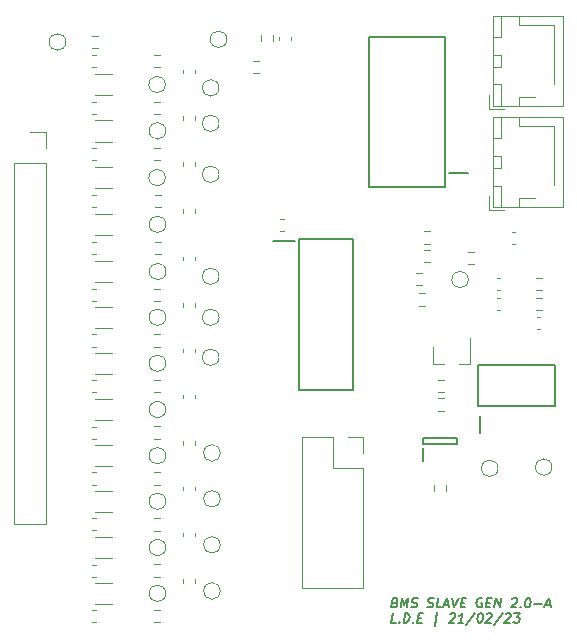
<source format=gto>
%TF.GenerationSoftware,KiCad,Pcbnew,(6.0.11)*%
%TF.CreationDate,2023-07-31T18:46:05+10:00*%
%TF.ProjectId,LVBMS_A_Sample_R2,4c56424d-535f-4415-9f53-616d706c655f,1*%
%TF.SameCoordinates,Original*%
%TF.FileFunction,Legend,Top*%
%TF.FilePolarity,Positive*%
%FSLAX46Y46*%
G04 Gerber Fmt 4.6, Leading zero omitted, Abs format (unit mm)*
G04 Created by KiCad (PCBNEW (6.0.11)) date 2023-07-31 18:46:05*
%MOMM*%
%LPD*%
G01*
G04 APERTURE LIST*
%ADD10C,0.150000*%
%ADD11C,0.120000*%
%ADD12C,0.200000*%
G04 APERTURE END LIST*
D10*
X158611785Y-115298857D02*
X158721309Y-115336952D01*
X158754642Y-115375047D01*
X158783214Y-115451238D01*
X158768928Y-115565523D01*
X158721309Y-115641714D01*
X158678452Y-115679809D01*
X158597500Y-115717904D01*
X158292738Y-115717904D01*
X158392738Y-114917904D01*
X158659404Y-114917904D01*
X158730833Y-114956000D01*
X158764166Y-114994095D01*
X158792738Y-115070285D01*
X158783214Y-115146476D01*
X158735595Y-115222666D01*
X158692738Y-115260761D01*
X158611785Y-115298857D01*
X158345119Y-115298857D01*
X159092738Y-115717904D02*
X159192738Y-114917904D01*
X159387976Y-115489333D01*
X159726071Y-114917904D01*
X159626071Y-115717904D01*
X159973690Y-115679809D02*
X160083214Y-115717904D01*
X160273690Y-115717904D01*
X160354642Y-115679809D01*
X160397500Y-115641714D01*
X160445119Y-115565523D01*
X160454642Y-115489333D01*
X160426071Y-115413142D01*
X160392738Y-115375047D01*
X160321309Y-115336952D01*
X160173690Y-115298857D01*
X160102261Y-115260761D01*
X160068928Y-115222666D01*
X160040357Y-115146476D01*
X160049880Y-115070285D01*
X160097500Y-114994095D01*
X160140357Y-114956000D01*
X160221309Y-114917904D01*
X160411785Y-114917904D01*
X160521309Y-114956000D01*
X161345119Y-115679809D02*
X161454642Y-115717904D01*
X161645119Y-115717904D01*
X161726071Y-115679809D01*
X161768928Y-115641714D01*
X161816547Y-115565523D01*
X161826071Y-115489333D01*
X161797500Y-115413142D01*
X161764166Y-115375047D01*
X161692738Y-115336952D01*
X161545119Y-115298857D01*
X161473690Y-115260761D01*
X161440357Y-115222666D01*
X161411785Y-115146476D01*
X161421309Y-115070285D01*
X161468928Y-114994095D01*
X161511785Y-114956000D01*
X161592738Y-114917904D01*
X161783214Y-114917904D01*
X161892738Y-114956000D01*
X162521309Y-115717904D02*
X162140357Y-115717904D01*
X162240357Y-114917904D01*
X162778452Y-115489333D02*
X163159404Y-115489333D01*
X162673690Y-115717904D02*
X163040357Y-114917904D01*
X163207023Y-115717904D01*
X163459404Y-114917904D02*
X163626071Y-115717904D01*
X163992738Y-114917904D01*
X164211785Y-115298857D02*
X164478452Y-115298857D01*
X164540357Y-115717904D02*
X164159404Y-115717904D01*
X164259404Y-114917904D01*
X164640357Y-114917904D01*
X166007023Y-114956000D02*
X165935595Y-114917904D01*
X165821309Y-114917904D01*
X165702261Y-114956000D01*
X165616547Y-115032190D01*
X165568928Y-115108380D01*
X165511785Y-115260761D01*
X165497500Y-115375047D01*
X165516547Y-115527428D01*
X165545119Y-115603619D01*
X165611785Y-115679809D01*
X165721309Y-115717904D01*
X165797500Y-115717904D01*
X165916547Y-115679809D01*
X165959404Y-115641714D01*
X165992738Y-115375047D01*
X165840357Y-115375047D01*
X166345119Y-115298857D02*
X166611785Y-115298857D01*
X166673690Y-115717904D02*
X166292738Y-115717904D01*
X166392738Y-114917904D01*
X166773690Y-114917904D01*
X167016547Y-115717904D02*
X167116547Y-114917904D01*
X167473690Y-115717904D01*
X167573690Y-114917904D01*
X168516547Y-114994095D02*
X168559404Y-114956000D01*
X168640357Y-114917904D01*
X168830833Y-114917904D01*
X168902261Y-114956000D01*
X168935595Y-114994095D01*
X168964166Y-115070285D01*
X168954642Y-115146476D01*
X168902261Y-115260761D01*
X168387976Y-115717904D01*
X168883214Y-115717904D01*
X169235595Y-115641714D02*
X169268928Y-115679809D01*
X169226071Y-115717904D01*
X169192738Y-115679809D01*
X169235595Y-115641714D01*
X169226071Y-115717904D01*
X169859404Y-114917904D02*
X169935595Y-114917904D01*
X170007023Y-114956000D01*
X170040357Y-114994095D01*
X170068928Y-115070285D01*
X170087976Y-115222666D01*
X170064166Y-115413142D01*
X170007023Y-115565523D01*
X169959404Y-115641714D01*
X169916547Y-115679809D01*
X169835595Y-115717904D01*
X169759404Y-115717904D01*
X169687976Y-115679809D01*
X169654642Y-115641714D01*
X169626071Y-115565523D01*
X169607023Y-115413142D01*
X169630833Y-115222666D01*
X169687976Y-115070285D01*
X169735595Y-114994095D01*
X169778452Y-114956000D01*
X169859404Y-114917904D01*
X170407023Y-115413142D02*
X171016547Y-115413142D01*
X171349880Y-115489333D02*
X171730833Y-115489333D01*
X171245119Y-115717904D02*
X171611785Y-114917904D01*
X171778452Y-115717904D01*
X158673690Y-117005904D02*
X158292738Y-117005904D01*
X158392738Y-116205904D01*
X158949880Y-116929714D02*
X158983214Y-116967809D01*
X158940357Y-117005904D01*
X158907023Y-116967809D01*
X158949880Y-116929714D01*
X158940357Y-117005904D01*
X159321309Y-117005904D02*
X159421309Y-116205904D01*
X159611785Y-116205904D01*
X159721309Y-116244000D01*
X159787976Y-116320190D01*
X159816547Y-116396380D01*
X159835595Y-116548761D01*
X159821309Y-116663047D01*
X159764166Y-116815428D01*
X159716547Y-116891619D01*
X159630833Y-116967809D01*
X159511785Y-117005904D01*
X159321309Y-117005904D01*
X160130833Y-116929714D02*
X160164166Y-116967809D01*
X160121309Y-117005904D01*
X160087976Y-116967809D01*
X160130833Y-116929714D01*
X160121309Y-117005904D01*
X160554642Y-116586857D02*
X160821309Y-116586857D01*
X160883214Y-117005904D02*
X160502261Y-117005904D01*
X160602261Y-116205904D01*
X160983214Y-116205904D01*
X161992738Y-117272571D02*
X162135595Y-116129714D01*
X163259404Y-116282095D02*
X163302261Y-116244000D01*
X163383214Y-116205904D01*
X163573690Y-116205904D01*
X163645119Y-116244000D01*
X163678452Y-116282095D01*
X163707023Y-116358285D01*
X163697500Y-116434476D01*
X163645119Y-116548761D01*
X163130833Y-117005904D01*
X163626071Y-117005904D01*
X164387976Y-117005904D02*
X163930833Y-117005904D01*
X164159404Y-117005904D02*
X164259404Y-116205904D01*
X164168928Y-116320190D01*
X164083214Y-116396380D01*
X164002261Y-116434476D01*
X165407023Y-116167809D02*
X164592738Y-117196380D01*
X165821309Y-116205904D02*
X165897500Y-116205904D01*
X165968928Y-116244000D01*
X166002261Y-116282095D01*
X166030833Y-116358285D01*
X166049880Y-116510666D01*
X166026071Y-116701142D01*
X165968928Y-116853523D01*
X165921309Y-116929714D01*
X165878452Y-116967809D01*
X165797500Y-117005904D01*
X165721309Y-117005904D01*
X165649880Y-116967809D01*
X165616547Y-116929714D01*
X165587976Y-116853523D01*
X165568928Y-116701142D01*
X165592738Y-116510666D01*
X165649880Y-116358285D01*
X165697500Y-116282095D01*
X165740357Y-116244000D01*
X165821309Y-116205904D01*
X166383214Y-116282095D02*
X166426071Y-116244000D01*
X166507023Y-116205904D01*
X166697500Y-116205904D01*
X166768928Y-116244000D01*
X166802261Y-116282095D01*
X166830833Y-116358285D01*
X166821309Y-116434476D01*
X166768928Y-116548761D01*
X166254642Y-117005904D01*
X166749880Y-117005904D01*
X167768928Y-116167809D02*
X166954642Y-117196380D01*
X167983214Y-116282095D02*
X168026071Y-116244000D01*
X168107023Y-116205904D01*
X168297500Y-116205904D01*
X168368928Y-116244000D01*
X168402261Y-116282095D01*
X168430833Y-116358285D01*
X168421309Y-116434476D01*
X168368928Y-116548761D01*
X167854642Y-117005904D01*
X168349880Y-117005904D01*
X168716547Y-116205904D02*
X169211785Y-116205904D01*
X168907023Y-116510666D01*
X169021309Y-116510666D01*
X169092738Y-116548761D01*
X169126071Y-116586857D01*
X169154642Y-116663047D01*
X169130833Y-116853523D01*
X169083214Y-116929714D01*
X169040357Y-116967809D01*
X168959404Y-117005904D01*
X168730833Y-117005904D01*
X168659404Y-116967809D01*
X168626071Y-116929714D01*
D11*
%TO.C,R47*%
X133207436Y-113618600D02*
X134661564Y-113618600D01*
X133207436Y-115438600D02*
X134661564Y-115438600D01*
%TO.C,TP15*%
X139187800Y-110642400D02*
G75*
G03*
X139187800Y-110642400I-700000J0D01*
G01*
%TO.C,R10*%
X133426424Y-68365900D02*
X132916976Y-68365900D01*
X133426424Y-67320900D02*
X132916976Y-67320900D01*
%TO.C,R4*%
X161035276Y-83881700D02*
X161544724Y-83881700D01*
X161035276Y-84926700D02*
X161544724Y-84926700D01*
%TO.C,TP28*%
X143702000Y-79044800D02*
G75*
G03*
X143702000Y-79044800I-700000J0D01*
G01*
%TO.C,C5*%
X149168067Y-83822000D02*
X148875533Y-83822000D01*
X149168067Y-82802000D02*
X148875533Y-82802000D01*
%TO.C,R36*%
X133207136Y-72360200D02*
X134661264Y-72360200D01*
X133207136Y-70540200D02*
X134661264Y-70540200D01*
%TO.C,C15*%
X140670200Y-105809167D02*
X140670200Y-105516633D01*
X141690200Y-105809167D02*
X141690200Y-105516633D01*
%TO.C,C20*%
X168484333Y-83894200D02*
X168776867Y-83894200D01*
X168484333Y-84914200D02*
X168776867Y-84914200D01*
D12*
%TO.C,U1*%
X155062200Y-97305600D02*
X150462200Y-97305600D01*
X150462200Y-97305600D02*
X150462200Y-84505600D01*
X150462200Y-84505600D02*
X155062200Y-84505600D01*
X155062200Y-84505600D02*
X155062200Y-97305600D01*
X148312200Y-84655600D02*
X150112200Y-84655600D01*
D11*
%TO.C,R21*%
X138742524Y-89778100D02*
X138233076Y-89778100D01*
X138742524Y-88733100D02*
X138233076Y-88733100D01*
%TO.C,R6*%
X160400276Y-87412300D02*
X160909724Y-87412300D01*
X160400276Y-88457300D02*
X160909724Y-88457300D01*
%TO.C,R13*%
X138735524Y-73928500D02*
X138226076Y-73928500D01*
X138735524Y-72883500D02*
X138226076Y-72883500D01*
%TO.C,F8*%
X132963233Y-97487200D02*
X133305767Y-97487200D01*
X132963233Y-96467200D02*
X133305767Y-96467200D01*
%TO.C,TP35*%
X143803600Y-110411600D02*
G75*
G03*
X143803600Y-110411600I-700000J0D01*
G01*
%TO.C,R32*%
X138742524Y-104277900D02*
X138233076Y-104277900D01*
X138742524Y-105322900D02*
X138233076Y-105322900D01*
%TO.C,J1*%
X166866400Y-71438200D02*
X166866400Y-73238200D01*
X169116400Y-65638200D02*
X169116400Y-66388200D01*
X166866400Y-67438200D02*
X167616400Y-67438200D01*
X166566400Y-72288200D02*
X166566400Y-73538200D01*
X166866400Y-69938200D02*
X167616400Y-69938200D01*
X169116400Y-73238200D02*
X169116400Y-72488200D01*
X172066400Y-69438200D02*
X172066400Y-71428200D01*
X166866400Y-65638200D02*
X166866400Y-67438200D01*
X167616400Y-71438200D02*
X166866400Y-71438200D01*
X166856400Y-73248200D02*
X172826400Y-73248200D01*
X169116400Y-66388200D02*
X172066400Y-66388200D01*
X166866400Y-73238200D02*
X167616400Y-73238200D01*
X172826400Y-73248200D02*
X172826400Y-65628200D01*
X169116400Y-72488200D02*
X170456400Y-72488200D01*
X167616400Y-68938200D02*
X166866400Y-68938200D01*
X167616400Y-67438200D02*
X167616400Y-65638200D01*
X167616400Y-65638200D02*
X166866400Y-65638200D01*
X167616400Y-69938200D02*
X167616400Y-68938200D01*
X166566400Y-73538200D02*
X167816400Y-73538200D01*
X172066400Y-66388200D02*
X172066400Y-69438200D01*
X167616400Y-73238200D02*
X167616400Y-71438200D01*
X166866400Y-68938200D02*
X166866400Y-69938200D01*
X166856400Y-65628200D02*
X166856400Y-73248200D01*
X172826400Y-65628200D02*
X166856400Y-65628200D01*
%TO.C,TP29*%
X143702000Y-87680800D02*
G75*
G03*
X143702000Y-87680800I-700000J0D01*
G01*
%TO.C,C11*%
X140670200Y-90264367D02*
X140670200Y-89971833D01*
X141690200Y-90264367D02*
X141690200Y-89971833D01*
%TO.C,R2*%
X162955500Y-105842524D02*
X162955500Y-105333076D01*
X161910500Y-105842524D02*
X161910500Y-105333076D01*
%TO.C,F2*%
X132962933Y-72896000D02*
X133305467Y-72896000D01*
X132962933Y-73916000D02*
X133305467Y-73916000D01*
%TO.C,TP33*%
X143803600Y-102639200D02*
G75*
G03*
X143803600Y-102639200I-700000J0D01*
G01*
%TO.C,TP6*%
X139187800Y-75361800D02*
G75*
G03*
X139187800Y-75361800I-700000J0D01*
G01*
%TO.C,R49*%
X170562476Y-88876700D02*
X171071924Y-88876700D01*
X170562476Y-87831700D02*
X171071924Y-87831700D01*
%TO.C,R35*%
X138742524Y-115936500D02*
X138233076Y-115936500D01*
X138742524Y-116981500D02*
X138233076Y-116981500D01*
%TO.C,R39*%
X133207136Y-84196600D02*
X134661264Y-84196600D01*
X133207136Y-82376600D02*
X134661264Y-82376600D01*
%TO.C,F5*%
X132962933Y-84783200D02*
X133305467Y-84783200D01*
X132962933Y-85803200D02*
X133305467Y-85803200D01*
%TO.C,R42*%
X133207436Y-94136800D02*
X134661564Y-94136800D01*
X133207436Y-95956800D02*
X134661564Y-95956800D01*
%TO.C,R5*%
X161544724Y-85431100D02*
X161035276Y-85431100D01*
X161544724Y-86476100D02*
X161035276Y-86476100D01*
%TO.C,TP25*%
X143702000Y-71729600D02*
G75*
G03*
X143702000Y-71729600I-700000J0D01*
G01*
%TO.C,C19*%
X149811200Y-67684867D02*
X149811200Y-67392333D01*
X148791200Y-67684867D02*
X148791200Y-67392333D01*
%TO.C,R17*%
X138751324Y-80782900D02*
X138241876Y-80782900D01*
X138751324Y-81827900D02*
X138241876Y-81827900D01*
%TO.C,J2*%
X129041200Y-78079600D02*
X129041200Y-108619600D01*
X126381200Y-78079600D02*
X129041200Y-78079600D01*
X127711200Y-75479600D02*
X129041200Y-75479600D01*
X126381200Y-78079600D02*
X126381200Y-108619600D01*
X129041200Y-75479600D02*
X129041200Y-76809600D01*
X126381200Y-108619600D02*
X129041200Y-108619600D01*
%TO.C,R34*%
X138742524Y-113120700D02*
X138233076Y-113120700D01*
X138742524Y-112075700D02*
X138233076Y-112075700D01*
%TO.C,F7*%
X132962933Y-93626400D02*
X133305467Y-93626400D01*
X132962933Y-92606400D02*
X133305467Y-92606400D01*
%TO.C,F12*%
X132963233Y-113108200D02*
X133305767Y-113108200D01*
X132963233Y-112088200D02*
X133305767Y-112088200D01*
%TO.C,C4*%
X167215433Y-87856600D02*
X167507967Y-87856600D01*
X167215433Y-88876600D02*
X167507967Y-88876600D01*
%TO.C,C16*%
X140670200Y-109695367D02*
X140670200Y-109402833D01*
X141690200Y-109695367D02*
X141690200Y-109402833D01*
%TO.C,F13*%
X132963233Y-115949000D02*
X133305767Y-115949000D01*
X132963233Y-116969000D02*
X133305767Y-116969000D01*
%TO.C,J4*%
X155909000Y-103890600D02*
X155909000Y-114110600D01*
X150709000Y-101290600D02*
X153309000Y-101290600D01*
X154579000Y-101290600D02*
X155909000Y-101290600D01*
X150709000Y-114110600D02*
X155909000Y-114110600D01*
X153309000Y-103890600D02*
X155909000Y-103890600D01*
X153309000Y-101290600D02*
X153309000Y-103890600D01*
X150709000Y-101290600D02*
X150709000Y-114110600D01*
X155909000Y-101290600D02*
X155909000Y-102620600D01*
D12*
%TO.C,Q2*%
X165646000Y-95151000D02*
X172146000Y-95151000D01*
X172146000Y-95151000D02*
X172146000Y-98651000D01*
X165646000Y-98651000D02*
X165646000Y-95151000D01*
X172146000Y-98651000D02*
X165646000Y-98651000D01*
X165771000Y-100926000D02*
X165771000Y-99476000D01*
D11*
%TO.C,R52*%
X162713124Y-99049100D02*
X162203676Y-99049100D01*
X162713124Y-98004100D02*
X162203676Y-98004100D01*
%TO.C,F3*%
X132963533Y-77827600D02*
X133306067Y-77827600D01*
X132963533Y-76807600D02*
X133306067Y-76807600D01*
%TO.C,F9*%
X132963233Y-101424200D02*
X133305767Y-101424200D01*
X132963233Y-100404200D02*
X133305767Y-100404200D01*
%TO.C,C9*%
X140679000Y-82314167D02*
X140679000Y-82021633D01*
X141699000Y-82314167D02*
X141699000Y-82021633D01*
%TO.C,TP10*%
X139187800Y-91155600D02*
G75*
G03*
X139187800Y-91155600I-700000J0D01*
G01*
%TO.C,R29*%
X138742524Y-92593900D02*
X138233076Y-92593900D01*
X138742524Y-93638900D02*
X138233076Y-93638900D01*
%TO.C,TP27*%
X143702000Y-74726800D02*
G75*
G03*
X143702000Y-74726800I-700000J0D01*
G01*
%TO.C,R48*%
X170562476Y-89508100D02*
X171071924Y-89508100D01*
X170562476Y-90553100D02*
X171071924Y-90553100D01*
D12*
%TO.C,Q1*%
X160933000Y-103350400D02*
X160933000Y-102200400D01*
X160983000Y-101400400D02*
X163883000Y-101400400D01*
X163883000Y-101850400D02*
X160983000Y-101850400D01*
X163883000Y-101400400D02*
X163883000Y-101850400D01*
X160983000Y-101850400D02*
X160983000Y-101400400D01*
D11*
%TO.C,R31*%
X138742524Y-100391700D02*
X138233076Y-100391700D01*
X138742524Y-101436700D02*
X138233076Y-101436700D01*
%TO.C,R44*%
X133207436Y-103780000D02*
X134661564Y-103780000D01*
X133207436Y-101960000D02*
X134661564Y-101960000D01*
%TO.C,R43*%
X133207436Y-99868400D02*
X134661564Y-99868400D01*
X133207436Y-98048400D02*
X134661564Y-98048400D01*
D12*
%TO.C,T1*%
X164763600Y-78956600D02*
X163168600Y-78956600D01*
X156408600Y-80111600D02*
X156408600Y-67411600D01*
X162818600Y-67411600D02*
X162818600Y-80111600D01*
X162818600Y-80111600D02*
X156408600Y-80111600D01*
X156408600Y-67411600D02*
X162818600Y-67411600D01*
D11*
%TO.C,R3*%
X147229300Y-67743324D02*
X147229300Y-67233876D01*
X148274300Y-67743324D02*
X148274300Y-67233876D01*
%TO.C,C6*%
X141683200Y-70478867D02*
X141683200Y-70186333D01*
X140663200Y-70478867D02*
X140663200Y-70186333D01*
%TO.C,F4*%
X132963533Y-80795400D02*
X133306067Y-80795400D01*
X132963533Y-81815400D02*
X133306067Y-81815400D01*
%TO.C,R38*%
X133207736Y-78414200D02*
X134661864Y-78414200D01*
X133207736Y-80234200D02*
X134661864Y-80234200D01*
%TO.C,C17*%
X140670200Y-113606967D02*
X140670200Y-113314433D01*
X141690200Y-113606967D02*
X141690200Y-113314433D01*
%TO.C,F11*%
X132963233Y-109196600D02*
X133305767Y-109196600D01*
X132963233Y-108176600D02*
X133305767Y-108176600D01*
%TO.C,R40*%
X133207136Y-88184400D02*
X134661264Y-88184400D01*
X133207136Y-86364400D02*
X134661264Y-86364400D01*
%TO.C,TP9*%
X139206200Y-87274400D02*
G75*
G03*
X139206200Y-87274400I-700000J0D01*
G01*
%TO.C,C14*%
X141690200Y-101922967D02*
X141690200Y-101630433D01*
X140670200Y-101922967D02*
X140670200Y-101630433D01*
%TO.C,F1*%
X132962933Y-69968800D02*
X133305467Y-69968800D01*
X132962933Y-68948800D02*
X133305467Y-68948800D01*
%TO.C,R53*%
X162203676Y-96429300D02*
X162713124Y-96429300D01*
X162203676Y-97474300D02*
X162713124Y-97474300D01*
%TO.C,R15*%
X138737324Y-77840100D02*
X138227876Y-77840100D01*
X138737324Y-76795100D02*
X138227876Y-76795100D01*
%TO.C,TP8*%
X139196600Y-83286600D02*
G75*
G03*
X139196600Y-83286600I-700000J0D01*
G01*
%TO.C,R33*%
X138742524Y-109209100D02*
X138233076Y-109209100D01*
X138742524Y-108164100D02*
X138233076Y-108164100D01*
%TO.C,TP1*%
X167324000Y-103936800D02*
G75*
G03*
X167324000Y-103936800I-700000J0D01*
G01*
%TO.C,Q15*%
X161792800Y-95095600D02*
X161792800Y-93635600D01*
X164952800Y-95095600D02*
X164952800Y-92935600D01*
X161792800Y-95095600D02*
X162722800Y-95095600D01*
X164952800Y-95095600D02*
X164022800Y-95095600D01*
%TO.C,C7*%
X141683200Y-74414767D02*
X141683200Y-74122233D01*
X140663200Y-74414767D02*
X140663200Y-74122233D01*
%TO.C,TP4*%
X144362400Y-67614800D02*
G75*
G03*
X144362400Y-67614800I-700000J0D01*
G01*
%TO.C,R46*%
X133207436Y-109732400D02*
X134661564Y-109732400D01*
X133207436Y-111552400D02*
X134661564Y-111552400D01*
%TO.C,TP2*%
X130722600Y-67843400D02*
G75*
G03*
X130722600Y-67843400I-700000J0D01*
G01*
%TO.C,F10*%
X132963233Y-104290400D02*
X133305767Y-104290400D01*
X132963233Y-105310400D02*
X133305767Y-105310400D01*
%TO.C,TP3*%
X171896000Y-103835200D02*
G75*
G03*
X171896000Y-103835200I-700000J0D01*
G01*
%TO.C,R11*%
X138735524Y-69981300D02*
X138226076Y-69981300D01*
X138735524Y-68936300D02*
X138226076Y-68936300D01*
%TO.C,C2*%
X170620933Y-92115400D02*
X170913467Y-92115400D01*
X170620933Y-91095400D02*
X170913467Y-91095400D01*
%TO.C,TP12*%
X139187800Y-98958400D02*
G75*
G03*
X139187800Y-98958400I-700000J0D01*
G01*
%TO.C,TP11*%
X139187800Y-95046800D02*
G75*
G03*
X139187800Y-95046800I-700000J0D01*
G01*
%TO.C,C10*%
X141708600Y-86301967D02*
X141708600Y-86009433D01*
X140688600Y-86301967D02*
X140688600Y-86009433D01*
%TO.C,R41*%
X133207136Y-92096000D02*
X134661264Y-92096000D01*
X133207136Y-90276000D02*
X134661264Y-90276000D01*
%TO.C,R7*%
X161112924Y-89133100D02*
X160603476Y-89133100D01*
X161112924Y-90178100D02*
X160603476Y-90178100D01*
%TO.C,C3*%
X167216533Y-89520600D02*
X167509067Y-89520600D01*
X167216533Y-90540600D02*
X167509067Y-90540600D01*
%TO.C,TP5*%
X139155400Y-71450200D02*
G75*
G03*
X139155400Y-71450200I-700000J0D01*
G01*
%TO.C,R1*%
X146584576Y-70499500D02*
X147094024Y-70499500D01*
X146584576Y-69454500D02*
X147094024Y-69454500D01*
%TO.C,F6*%
X132962933Y-88745600D02*
X133305467Y-88745600D01*
X132962933Y-89765600D02*
X133305467Y-89765600D01*
%TO.C,TP34*%
X143803600Y-106525400D02*
G75*
G03*
X143803600Y-106525400I-700000J0D01*
G01*
%TO.C,R8*%
X164767176Y-86678100D02*
X165276624Y-86678100D01*
X164767176Y-85633100D02*
X165276624Y-85633100D01*
%TO.C,R19*%
X138760924Y-85815700D02*
X138251476Y-85815700D01*
X138760924Y-84770700D02*
X138251476Y-84770700D01*
%TO.C,TP30*%
X143702000Y-91155600D02*
G75*
G03*
X143702000Y-91155600I-700000J0D01*
G01*
%TO.C,TP36*%
X143803600Y-114323200D02*
G75*
G03*
X143803600Y-114323200I-700000J0D01*
G01*
%TO.C,TP31*%
X143702000Y-94538800D02*
G75*
G03*
X143702000Y-94538800I-700000J0D01*
G01*
%TO.C,TP17*%
X164809400Y-87958300D02*
G75*
G03*
X164809400Y-87958300I-700000J0D01*
G01*
%TO.C,C8*%
X140665000Y-78326367D02*
X140665000Y-78033833D01*
X141685000Y-78326367D02*
X141685000Y-78033833D01*
%TO.C,TP7*%
X139157200Y-79324200D02*
G75*
G03*
X139157200Y-79324200I-700000J0D01*
G01*
%TO.C,TP14*%
X139187800Y-106730800D02*
G75*
G03*
X139187800Y-106730800I-700000J0D01*
G01*
%TO.C,C12*%
X141690200Y-94125167D02*
X141690200Y-93832633D01*
X140670200Y-94125167D02*
X140670200Y-93832633D01*
%TO.C,R45*%
X133207436Y-105820800D02*
X134661564Y-105820800D01*
X133207436Y-107640800D02*
X134661564Y-107640800D01*
%TO.C,R30*%
X138742524Y-97499700D02*
X138233076Y-97499700D01*
X138742524Y-96454700D02*
X138233076Y-96454700D01*
%TO.C,R37*%
X133207736Y-74451800D02*
X134661864Y-74451800D01*
X133207736Y-76271800D02*
X134661864Y-76271800D01*
%TO.C,C13*%
X140670200Y-97985967D02*
X140670200Y-97693433D01*
X141690200Y-97985967D02*
X141690200Y-97693433D01*
%TO.C,TP16*%
X139187800Y-114528600D02*
G75*
G03*
X139187800Y-114528600I-700000J0D01*
G01*
%TO.C,TP13*%
X139187800Y-102870000D02*
G75*
G03*
X139187800Y-102870000I-700000J0D01*
G01*
%TO.C,J3*%
X166866400Y-77498000D02*
X166866400Y-78498000D01*
X166566400Y-80848000D02*
X166566400Y-82098000D01*
X166866400Y-81798000D02*
X167616400Y-81798000D01*
X172826400Y-81808000D02*
X172826400Y-74188000D01*
X172826400Y-74188000D02*
X166856400Y-74188000D01*
X169116400Y-74948000D02*
X172066400Y-74948000D01*
X167616400Y-77498000D02*
X166866400Y-77498000D01*
X172066400Y-74948000D02*
X172066400Y-77998000D01*
X166856400Y-81808000D02*
X172826400Y-81808000D01*
X166866400Y-79998000D02*
X166866400Y-81798000D01*
X166856400Y-74188000D02*
X166856400Y-81808000D01*
X166866400Y-78498000D02*
X167616400Y-78498000D01*
X169116400Y-74198000D02*
X169116400Y-74948000D01*
X172066400Y-77998000D02*
X172066400Y-79988000D01*
X167616400Y-75998000D02*
X167616400Y-74198000D01*
X169116400Y-81798000D02*
X169116400Y-81048000D01*
X169116400Y-81048000D02*
X170456400Y-81048000D01*
X166866400Y-74198000D02*
X166866400Y-75998000D01*
X166866400Y-75998000D02*
X167616400Y-75998000D01*
X167616400Y-78498000D02*
X167616400Y-77498000D01*
X167616400Y-79998000D02*
X166866400Y-79998000D01*
X167616400Y-74198000D02*
X166866400Y-74198000D01*
X166566400Y-82098000D02*
X167816400Y-82098000D01*
X167616400Y-81798000D02*
X167616400Y-79998000D01*
%TD*%
M02*

</source>
